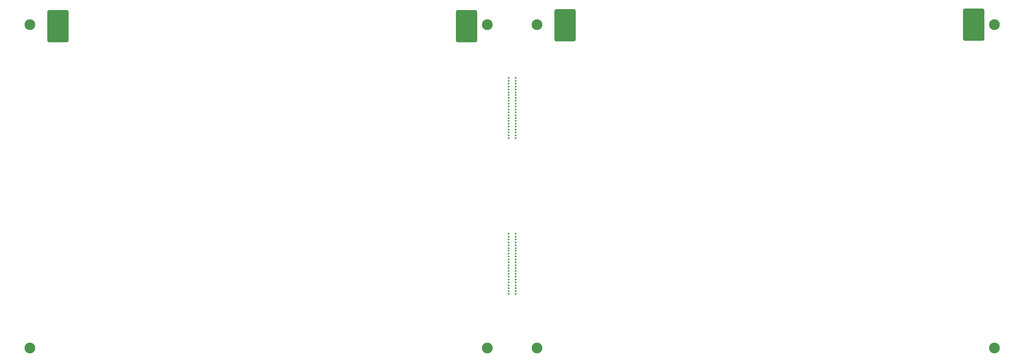
<source format=gts>
G04 #@! TF.GenerationSoftware,KiCad,Pcbnew,(6.0.9-0)*
G04 #@! TF.CreationDate,2022-12-15T09:10:18+08:00*
G04 #@! TF.ProjectId,3.1HeatingElement,332e3148-6561-4746-996e-67456c656d65,rev?*
G04 #@! TF.SameCoordinates,Original*
G04 #@! TF.FileFunction,Soldermask,Top*
G04 #@! TF.FilePolarity,Negative*
%FSLAX46Y46*%
G04 Gerber Fmt 4.6, Leading zero omitted, Abs format (unit mm)*
G04 Created by KiCad (PCBNEW (6.0.9-0)) date 2022-12-15 09:10:18*
%MOMM*%
%LPD*%
G01*
G04 APERTURE LIST*
G04 Aperture macros list*
%AMRoundRect*
0 Rectangle with rounded corners*
0 $1 Rounding radius*
0 $2 $3 $4 $5 $6 $7 $8 $9 X,Y pos of 4 corners*
0 Add a 4 corners polygon primitive as box body*
4,1,4,$2,$3,$4,$5,$6,$7,$8,$9,$2,$3,0*
0 Add four circle primitives for the rounded corners*
1,1,$1+$1,$2,$3*
1,1,$1+$1,$4,$5*
1,1,$1+$1,$6,$7*
1,1,$1+$1,$8,$9*
0 Add four rect primitives between the rounded corners*
20,1,$1+$1,$2,$3,$4,$5,0*
20,1,$1+$1,$4,$5,$6,$7,0*
20,1,$1+$1,$6,$7,$8,$9,0*
20,1,$1+$1,$8,$9,$2,$3,0*%
G04 Aperture macros list end*
%ADD10C,0.500000*%
%ADD11C,3.000000*%
%ADD12RoundRect,0.600000X-2.400000X-3.900000X2.400000X-3.900000X2.400000X3.900000X-2.400000X3.900000X0*%
G04 APERTURE END LIST*
D10*
X147144400Y-79000000D03*
X149094400Y-77400000D03*
X147144400Y-112000000D03*
X147144400Y-113600000D03*
X149094400Y-80600000D03*
X149094400Y-126350000D03*
X149094400Y-114400000D03*
X147144400Y-111200000D03*
X149094400Y-127150000D03*
D11*
X14200000Y-143000000D03*
X141200000Y-53000000D03*
D10*
X147144400Y-127950000D03*
X147144400Y-127150000D03*
X149094400Y-115200000D03*
X149094400Y-74200000D03*
X147144400Y-114400000D03*
X147144400Y-73400000D03*
X149094400Y-127950000D03*
X149094400Y-68650000D03*
X149094400Y-123950000D03*
X149094400Y-78200000D03*
X147144400Y-118350000D03*
X149094400Y-115950000D03*
X147144400Y-81400000D03*
X147144400Y-78200000D03*
X149094400Y-73400000D03*
D12*
X135444400Y-53400000D03*
D10*
X147144400Y-83000000D03*
X147144400Y-79800000D03*
D12*
X276244400Y-53000000D03*
D10*
X147144400Y-70250000D03*
X147144400Y-71050000D03*
X147144400Y-122350000D03*
X147144400Y-120750000D03*
D11*
X14200000Y-53000000D03*
D10*
X147144400Y-115950000D03*
X147144400Y-119950000D03*
X147144400Y-124750000D03*
X149094400Y-75800000D03*
X147144400Y-83800000D03*
X149094400Y-119950000D03*
X149094400Y-67850000D03*
X149094400Y-112800000D03*
D11*
X155000000Y-143000000D03*
D10*
X147144400Y-75800000D03*
X149094400Y-76600000D03*
X147144400Y-71850000D03*
X149094400Y-118350000D03*
X147144400Y-80600000D03*
X147144400Y-74200000D03*
X147144400Y-68650000D03*
X147144400Y-115200000D03*
X149094400Y-75000000D03*
X147144400Y-69450000D03*
X149094400Y-84600000D03*
X147144400Y-121550000D03*
X149094400Y-111200000D03*
X149094400Y-121550000D03*
X149094400Y-117550000D03*
X149094400Y-119150000D03*
X149094400Y-116750000D03*
X149094400Y-120750000D03*
X147144400Y-117550000D03*
X149094400Y-83800000D03*
X147144400Y-116750000D03*
D11*
X141200000Y-143000000D03*
D12*
X162844400Y-53200000D03*
D10*
X149094400Y-113600000D03*
X147144400Y-72600000D03*
X149094400Y-124750000D03*
X147144400Y-76600000D03*
X147144400Y-67850000D03*
X147144400Y-126350000D03*
X149094400Y-122350000D03*
X149094400Y-125550000D03*
D11*
X282000000Y-143000000D03*
D12*
X22044400Y-53400000D03*
D10*
X149094400Y-82200000D03*
X149094400Y-72600000D03*
X147144400Y-123950000D03*
X147144400Y-84600000D03*
X149094400Y-83000000D03*
X147144400Y-112800000D03*
X147144400Y-75000000D03*
X149094400Y-69450000D03*
X147144400Y-77400000D03*
X149094400Y-79800000D03*
X149094400Y-70250000D03*
X147144400Y-119150000D03*
X147144400Y-82200000D03*
D11*
X282000000Y-53000000D03*
D10*
X147144400Y-123150000D03*
D11*
X155000000Y-53000000D03*
D10*
X147144400Y-125550000D03*
X149094400Y-81400000D03*
X149094400Y-112000000D03*
X149094400Y-79000000D03*
X149094400Y-123150000D03*
X149094400Y-71050000D03*
X149094400Y-71850000D03*
M02*

</source>
